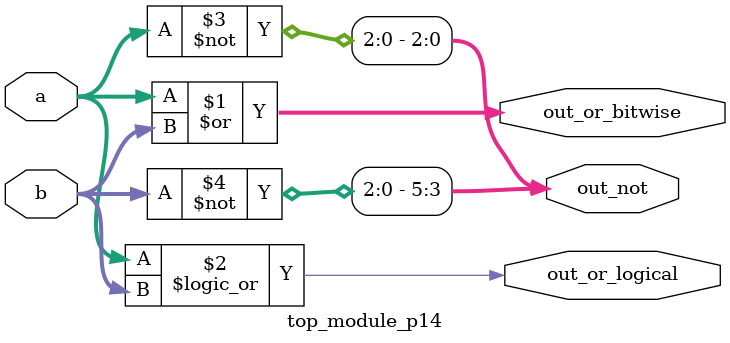
<source format=v>
module top_module_p14 (
    input [2:0] a,
    input [2:0] b,
    output [2:0] out_or_bitwise,
    output out_or_logical,
    output [5:0] out_not
);
    assign out_or_bitwise = a | b;
    assign out_or_logical = a || b;
    assign out_not = {~b, ~a};

endmodule

</source>
